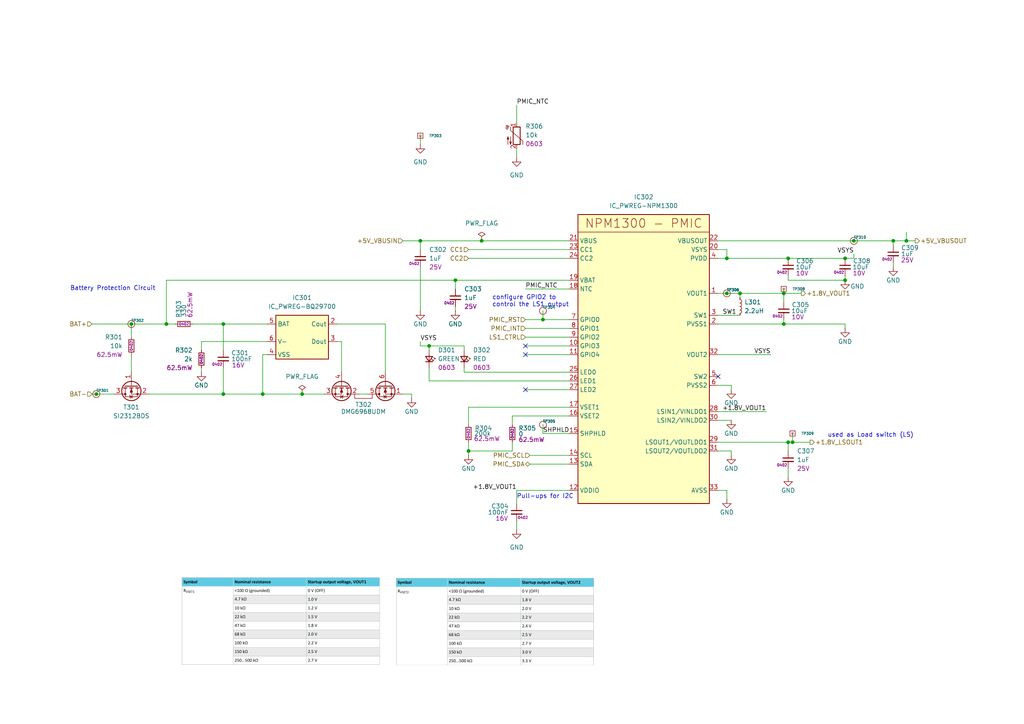
<source format=kicad_sch>
(kicad_sch (version 20231120) (generator "eeschema") (generator_version "8.0")
  (paper "A4")
  (title_block (title "Sensor_Node_BaseBoard") (date "2025-04-21") (rev "V1.0"))
  (lib_symbols
    (symbol "CAP:C-100nF-0402-16V-X7R-10%" (pin_numbers hide)
      (property "Reference" "C" (at 2.286 1.778 0))
      (property "Value" "100nF" (at 5.334 0 0))
      (property "Size" "0402" (at -1.778 -1.524 0))
      (property "Voltage" "16V" (at 4.318 -1.778 0))
      (symbol "C-100nF-0402-16V-X7R-10%_0_1"
        (polyline (pts (xy -1.524 -0.508) (xy 1.524 -0.508)) (stroke (width 0.3302)))
        (polyline (pts (xy -1.524 0.508) (xy 1.524 0.508)) (stroke (width 0.3048)))
      )
      (symbol "C-100nF-0402-16V-X7R-10%_1_1"
        (pin passive line (at 0 2.54 270) (length 2.032) (name "~") (number "1"))
        (pin passive line (at 0 -2.54 90) (length 2.032) (name "~") (number "2"))
      )
    )
    (symbol "CAP:C-10uF-0603-10V-X5R-20%" (pin_numbers hide)
      (property "Reference" "C" (at 2.286 1.778 0))
      (property "Value" "10uF" (at 4.572 0 0))
      (property "Size" "0402" (at -1.778 -1.524 0))
      (property "Voltage" "10V" (at 4.064 -1.778 0))
      (symbol "C-10uF-0603-10V-X5R-20%_0_1"
        (polyline (pts (xy -1.524 -0.508) (xy 1.524 -0.508)) (stroke (width 0.3302)))
        (polyline (pts (xy -1.524 0.508) (xy 1.524 0.508)) (stroke (width 0.3048)))
      )
      (symbol "C-10uF-0603-10V-X5R-20%_1_1"
        (pin passive line (at 0 2.54 270) (length 2.032) (name "~") (number "1"))
        (pin passive line (at 0 -2.54 90) (length 2.032) (name "~") (number "2"))
      )
    )
    (symbol "CAP:C-1uF-0402-25V-X5R-10%" (pin_numbers hide)
      (property "Reference" "C" (at 2.286 1.778 0))
      (property "Value" "1uF" (at 4.064 0 0))
      (property "Size" "0402" (at -1.778 -1.524 0))
      (property "Voltage" "25V" (at 4.064 -1.778 0))
      (symbol "C-1uF-0402-25V-X5R-10%_0_1"
        (polyline (pts (xy -1.524 -0.508) (xy 1.524 -0.508)) (stroke (width 0.3302)))
        (polyline (pts (xy -1.524 0.508) (xy 1.524 0.508)) (stroke (width 0.3048)))
      )
      (symbol "C-1uF-0402-25V-X5R-10%_1_1"
        (pin passive line (at 0 2.54 270) (length 2.032) (name "~") (number "1"))
        (pin passive line (at 0 -2.54 90) (length 2.032) (name "~") (number "2"))
      )
    )
    (symbol "D_LED:LED-GREEN-0603-AK" (pin_numbers hide) (pin_names hide)
      (property "Reference" "D" (at 2.54 1.27 0))
      (property "Value" "GREEN" (at 5.08 -1.27 0))
      (property "Size" "0603" (at -3.81 1.27 0))
      (symbol "LED-GREEN-0603-AK_0_1"
        (polyline (pts (xy -0.762 1.016) (xy -0.762 -1.016)) (stroke (width 0.254)))
        (polyline (pts (xy 1.016 0) (xy -0.762 0)))
        (polyline (pts (xy 0.762 1.016) (xy -0.762 0) (xy 0.762 -1.016) (xy 0.762 1.016)) (stroke (width 0.254)))
        (polyline (pts (xy 0 -0.762) (xy -0.508 -1.27) (xy -0.254 -1.27) (xy -0.508 -1.27) (xy -0.508 -1.016)))
        (polyline (pts (xy 0.508 -1.27) (xy 0 -1.778) (xy 0.254 -1.778) (xy 0 -1.778) (xy 0 -1.524)))
      )
      (symbol "LED-GREEN-0603-AK_1_1"
        (pin passive line (at -2.54 0 0) (length 1.778) (name "K") (number "1"))
        (pin passive line (at 2.54 0 180) (length 1.778) (name "A") (number "2"))
      )
    )
    (symbol "D_LED:LED-RED-0603-AK" (pin_numbers hide) (pin_names hide)
      (property "Reference" "D" (at 2.54 1.27 0))
      (property "Value" "RED" (at 3.81 -1.27 0))
      (property "Size" "0603" (at -3.81 1.27 0))
      (symbol "LED-RED-0603-AK_0_1"
        (polyline (pts (xy -0.762 1.016) (xy -0.762 -1.016)) (stroke (width 0.254)))
        (polyline (pts (xy 1.016 0) (xy -0.762 0)))
        (polyline (pts (xy 0.762 1.016) (xy -0.762 0) (xy 0.762 -1.016) (xy 0.762 1.016)) (stroke (width 0.254)))
        (polyline (pts (xy 0 -0.762) (xy -0.508 -1.27) (xy -0.254 -1.27) (xy -0.508 -1.27) (xy -0.508 -1.016)))
        (polyline (pts (xy 0.508 -1.27) (xy 0 -1.778) (xy 0.254 -1.778) (xy 0 -1.778) (xy 0 -1.524)))
      )
      (symbol "LED-RED-0603-AK_1_1"
        (pin passive line (at -2.54 0 0) (length 1.778) (name "K") (number "1"))
        (pin passive line (at 2.54 0 180) (length 1.778) (name "A") (number "2"))
      )
    )
    (symbol "IC-PWREG:IC_PWREG-BQ29700"
      (property "Reference" "IC" (at -6.35 1.27 0))
      (property "Value" "IC_PWREG-BQ29700" (at 0 -13.97 0))
      (symbol "IC_PWREG-BQ29700_0_1"
        (rectangle (start -7.62 0) (end 7.62 -12.7) (stroke (width 0.254)) (fill (type background)))
      )
      (symbol "IC_PWREG-BQ29700_1_1"
        (pin no_connect line (at 7.62 -11.43 180) (length 2.54) hide (name "NC") (number "1"))
        (pin output line (at 10.16 -2.54 180) (length 2.54) (name "Cout") (number "2"))
        (pin output line (at 10.16 -7.62 180) (length 2.54) (name "Dout") (number "3"))
        (pin power_in line (at -10.16 -11.43 0) (length 2.54) (name "VSS") (number "4"))
        (pin input line (at -10.16 -2.54 0) (length 2.54) (name "BAT") (number "5"))
        (pin input line (at -10.16 -7.62 0) (length 2.54) (name "V-") (number "6"))
      )
    )
    (symbol "IC-PWREG:IC_PWREG-NPM1300"
      (property "Reference" "IC" (at 18.034 45.974 0))
      (property "Value" "IC_PWREG-NPM1300" (at -9.144 45.974 0))
      (symbol "IC_PWREG-NPM1300_0_0"
        (pin power_out line (at 21.59 21.59 180) (length 2.54) (name "VOUT1") (number "1"))
        (pin bidirectional line (at -21.59 6.35 0) (length 2.54) (name "GPIO3") (number "10"))
        (pin bidirectional line (at -21.59 3.81 0) (length 2.54) (name "GPIO4") (number "11"))
        (pin bidirectional line (at -21.59 -27.94 0) (length 2.54) (name "SDA") (number "13"))
        (pin input line (at -21.59 -25.4 0) (length 2.54) (name "SCL") (number "14"))
        (pin input line (at -21.59 -19.05 0) (length 2.54) (name "SHPHLD") (number "15"))
        (pin input line (at -21.59 22.86 0) (length 2.54) (name "NTC") (number "18"))
        (pin power_in line (at -21.59 25.4 0) (length 2.54) (name "VBAT") (number "19"))
        (pin power_in line (at 21.59 12.7 180) (length 2.54) (name "PVSS1") (number "2"))
        (pin power_in line (at 21.59 34.29 180) (length 2.54) (name "VSYS") (number "20"))
        (pin power_in line (at -21.59 36.83 0) (length 2.54) (name "VBUS") (number "21"))
        (pin power_out line (at 21.59 36.83 180) (length 2.54) (name "VBUSOUT") (number "22"))
        (pin input line (at -21.59 34.29 0) (length 2.54) (name "CC1") (number "23"))
        (pin input line (at -21.59 31.75 0) (length 2.54) (name "CC2") (number "24"))
        (pin output line (at -21.59 -1.27 0) (length 2.54) (name "LED0") (number "25"))
        (pin output line (at -21.59 -3.81 0) (length 2.54) (name "LED1") (number "26"))
        (pin output line (at -21.59 -6.35 0) (length 2.54) (name "LED2") (number "27"))
        (pin power_in line (at 21.59 -12.7 180) (length 2.54) (name "LSIN1/VINLDO1") (number "28"))
        (pin power_out line (at 21.59 15.24 180) (length 2.54) (name "SW1") (number "3"))
        (pin power_in line (at 21.59 -15.24 180) (length 2.54) (name "LSIN2/VINLDO2") (number "30"))
        (pin power_out line (at 21.59 -24.13 180) (length 2.54) (name "LSOUT2/VOUTLDO2") (number "31"))
        (pin power_out line (at 21.59 3.81 180) (length 2.54) (name "VOUT2") (number "32"))
        (pin power_in line (at 21.59 31.75 180) (length 2.54) (name "PVDD") (number "4"))
        (pin power_out line (at 21.59 -2.54 180) (length 2.54) (name "SW2") (number "5"))
        (pin power_in line (at 21.59 -5.08 180) (length 2.54) (name "PVSS2") (number "6"))
        (pin bidirectional line (at -21.59 13.97 0) (length 2.54) (name "GPIO0") (number "7"))
        (pin bidirectional line (at -21.59 11.43 0) (length 2.54) (name "GPIO1") (number "8"))
        (pin bidirectional line (at -21.59 8.89 0) (length 2.54) (name "GPIO2") (number "9"))
      )
      (symbol "IC_PWREG-NPM1300_1_0"
        (pin power_in line (at -21.59 -35.56 0) (length 2.54) (name "VDDIO") (number "12"))
        (pin input line (at -21.59 -13.97 0) (length 2.54) (name "VSET2") (number "16"))
        (pin input line (at -21.59 -11.43 0) (length 2.54) (name "VSET1") (number "17"))
        (pin power_out line (at 21.59 -21.59 180) (length 2.54) (name "LSOUT1/VOUTLDO1") (number "29"))
        (pin power_in line (at 21.59 -35.56 180) (length 2.54) (name "AVSS") (number "33"))
      )
      (symbol "IC_PWREG-NPM1300_1_1"
        (rectangle (start -19.05 44.45) (end 19.05 -39.37) (stroke (width 0.254)) (fill (type background)))
        (polyline (pts (xy -19.05 39.37) (xy 19.05 39.37)))
        (text "NPM1300 - PMIC" (at 0 41.91 0) (effects (font (size 2.54 2.54))))
      )
    )
    (symbol "IND:L-2.2uH-0806-1.8A-20%" (pin_numbers hide) (pin_names hide)
      (property "Reference" "L" (at 1.27 1.27 0))
      (property "Value" "2.2uH" (at 3.81 -1.27 0))
      (symbol "L-2.2uH-0806-1.8A-20%_0_1"
        (arc (start 0 -1.016) (mid -0.5058 -1.524) (end 0 -2.032))
        (arc (start 0 0) (mid -0.5058 -0.508) (end 0 -1.016))
        (arc (start 0 1.016) (mid -0.5058 0.508) (end 0 0))
        (arc (start 0 2.032) (mid -0.5058 1.524) (end 0 1.016))
      )
      (symbol "L-2.2uH-0806-1.8A-20%_1_1"
        (pin passive line (at 0 -2.54 90) (length 0.508) (name "~") (number "1"))
        (pin passive line (at 0 2.54 270) (length 0.508) (name "~") (number "2"))
      )
    )
    (symbol "PCB:TP-PAD-0.9mm" (pin_numbers hide) (pin_names hide)
      (property "Reference" "TP" (at 1.778 1.016 0))
      (symbol "TP-PAD-0.9mm_0_1"
        (circle (center 0 0) (radius 1.016))
      )
      (symbol "TP-PAD-0.9mm_1_1"
        (pin passive line (at 0 0 90) (length 0) (name "1") (number "1"))
      )
    )
    (symbol "PCB:TP-THT-0.8mm" (pin_numbers hide) (pin_names hide)
      (property "Reference" "TP" (at 1.524 0.762 0))
      (symbol "TP-THT-0.8mm_0_1"
        (rectangle (start -0.762 0.762) (end 0.762 -0.762))
      )
      (symbol "TP-THT-0.8mm_1_1"
        (rectangle (start -0.254 0.254) (end 0.254 -0.254) (stroke (width 0.1)))
        (pin passive line (at 0 0 90) (length 0) (name "1") (number "1"))
      )
    )
    (symbol "RES:R-0-0402-62.5mW-1%" (pin_numbers hide)
      (property "Reference" "R" (at 1.778 1.524 0))
      (property "Value" "0" (at 1.778 -0.127 0))
      (property "Size" "0402" (at 0 -1.524 90))
      (property "Power Rating" "62.5mW" (at 1.778 -1.778 0))
      (symbol "R-0-0402-62.5mW-1%_0_1"
        (rectangle (start -0.762 1.778) (end 0.762 -1.778) (stroke (width 0.2032)))
      )
      (symbol "R-0-0402-62.5mW-1%_1_1"
        (pin passive line (at 0 2.54 270) (length 0.762) (name "~") (number "1"))
        (pin passive line (at 0 -2.54 90) (length 0.762) (name "~") (number "2"))
      )
    )
    (symbol "RES:R-10k-0402-62.5mW-1%" (pin_numbers hide)
      (property "Reference" "R" (at 1.778 1.524 0))
      (property "Value" "10k" (at 3.556 0 0))
      (property "Size" "0402" (at 0 0 90))
      (property "Power Rating" "62.5mW" (at 5.588 -1.778 0))
      (symbol "R-10k-0402-62.5mW-1%_0_1"
        (rectangle (start -0.762 1.778) (end 0.762 -1.778) (stroke (width 0.2032)))
      )
      (symbol "R-10k-0402-62.5mW-1%_1_1"
        (pin passive line (at 0 2.54 270) (length 0.762) (name "~") (number "1"))
        (pin passive line (at 0 -2.54 90) (length 0.762) (name "~") (number "2"))
      )
    )
    (symbol "RES:R-200k-0402-62.5mW-1%" (pin_numbers hide)
      (property "Reference" "R" (at 1.778 1.524 0))
      (property "Value" "200k" (at 4.064 0 0))
      (property "Size" "0402" (at 0 0 90))
      (property "Power Rating" "62.5mW" (at 5.334 -1.524 0))
      (symbol "R-200k-0402-62.5mW-1%_0_1"
        (rectangle (start -0.762 1.778) (end 0.762 -1.778) (stroke (width 0.2032)))
      )
      (symbol "R-200k-0402-62.5mW-1%_1_1"
        (pin passive line (at 0 2.54 270) (length 0.762) (name "~") (number "1"))
        (pin passive line (at 0 -2.54 90) (length 0.762) (name "~") (number "2"))
      )
    )
    (symbol "RES:R-2k-0402-62.5mW-1%" (pin_numbers hide)
      (property "Reference" "R" (at 1.778 1.524 0))
      (property "Value" "2k" (at 3.048 0 0))
      (property "Size" "0402" (at 0 0 90))
      (property "Power Rating" "62.5mW" (at 5.588 -1.778 0))
      (symbol "R-2k-0402-62.5mW-1%_0_1"
        (rectangle (start -0.762 1.778) (end 0.762 -1.778) (stroke (width 0.2032)))
      )
      (symbol "R-2k-0402-62.5mW-1%_1_1"
        (pin passive line (at 0 2.54 270) (length 0.762) (name "~") (number "1"))
        (pin passive line (at 0 -2.54 90) (length 0.762) (name "~") (number "2"))
      )
    )
    (symbol "RES:R-330-0402-62.5mW-1%" (pin_numbers hide)
      (property "Reference" "R" (at 1.778 1.524 0))
      (property "Value" "330" (at 3.81 0 0))
      (property "Size" "0402" (at 0 0 90))
      (property "Power Rating" "62.5mW" (at 5.588 -1.778 0))
      (symbol "R-330-0402-62.5mW-1%_0_1"
        (rectangle (start -0.762 1.778) (end 0.762 -1.778) (stroke (width 0.2032)))
      )
      (symbol "R-330-0402-62.5mW-1%_1_1"
        (pin passive line (at 0 2.54 270) (length 0.762) (name "~") (number "1"))
        (pin passive line (at 0 -2.54 90) (length 0.762) (name "~") (number "2"))
      )
    )
    (symbol "R_NTC:R-NTC-0603-10k-1%-0402"
      (property "Reference" "R" (at 3.302 2.032 0))
      (property "Value" "10k" (at -5.334 1.778 0))
      (property "Size" "0603" (at 5.08 -1.524 0))
      (symbol "R-NTC-0603-10k-1%-0402_0_1"
        (arc (start -3.048 2.159) (mid -3.0495 2.3143) (end -3.175 2.413))
        (arc (start -3.048 2.159) (mid -2.9736 1.9794) (end -2.794 1.905))
        (arc (start -3.048 2.794) (mid -2.9736 2.6144) (end -2.794 2.54))
        (arc (start -2.794 1.905) (mid -2.6144 1.9794) (end -2.54 2.159))
        (arc (start -2.794 2.54) (mid -2.4393 2.5587) (end -2.159 2.794))
        (arc (start -2.794 3.048) (mid -2.9736 2.9736) (end -3.048 2.794))
        (arc (start -2.54 2.794) (mid -2.6144 2.9736) (end -2.794 3.048))
        (rectangle (start -1.016 2.54) (end 1.016 -2.54) (stroke (width 0.254)))
        (polyline (pts (xy -2.54 2.159) (xy -2.54 2.794)))
        (polyline (pts (xy -1.778 2.54) (xy -1.778 1.524) (xy 1.778 -1.524) (xy 1.778 -2.54)))
        (polyline (pts (xy -2.54 -2.54) (xy -2.54 -0.254) (xy -2.794 -1.016) (xy -2.286 -1.016) (xy -2.54 -0.254) (xy -2.54 -0.508)) (fill (type outline)))
        (polyline (pts (xy -1.778 -0.254) (xy -1.778 -2.54) (xy -2.032 -1.778) (xy -1.524 -1.778) (xy -1.778 -2.54) (xy -1.778 -2.286)) (fill (type outline)))
      )
      (symbol "R-NTC-0603-10k-1%-0402_1_1"
        (pin passive line (at 0 3.81 270) (length 1.27) (name "~") (number "1"))
        (pin passive line (at 0 -3.81 90) (length 1.27) (name "~") (number "2"))
      )
    )
    (symbol "T-MOS:T-MOSN-SI2312BDS" (pin_names hide)
      (property "Reference" "T" (at 3.81 1.016 0))
      (property "Value" "SI2312BDS" (at 8.382 -1.27 0))
      (symbol "T-MOSN-SI2312BDS_0_1"
        (circle (center -0.889 0) (radius 2.794) (stroke (width 0.254)))
        (circle (center 0 -1.778) (radius 0.254) (fill (type outline)))
        (polyline (pts (xy -2.286 0) (xy -3.81 0)))
        (polyline (pts (xy -2.286 1.905) (xy -2.286 -1.905)) (stroke (width 0.254)))
        (polyline (pts (xy -1.778 -1.27) (xy -1.778 -2.286)) (stroke (width 0.254)))
        (polyline (pts (xy -1.778 0.508) (xy -1.778 -0.508)) (stroke (width 0.254)))
        (polyline (pts (xy -1.778 2.286) (xy -1.778 1.27)) (stroke (width 0.254)))
        (polyline (pts (xy 0 2.54) (xy 0 1.778)))
        (polyline (pts (xy 0 -2.54) (xy 0 0) (xy -1.778 0)))
        (polyline (pts (xy -1.778 -1.778) (xy 0.762 -1.778) (xy 0.762 1.778) (xy -1.778 1.778)))
        (polyline (pts (xy -1.524 0) (xy -0.508 0.381) (xy -0.508 -0.381) (xy -1.524 0)) (fill (type outline)))
        (polyline (pts (xy 0.254 0.508) (xy 0.381 0.381) (xy 1.143 0.381) (xy 1.27 0.254)))
        (polyline (pts (xy 0.762 0.381) (xy 0.381 -0.254) (xy 1.143 -0.254) (xy 0.762 0.381)))
        (circle (center 0 1.778) (radius 0.254) (fill (type outline)))
      )
      (symbol "T-MOSN-SI2312BDS_1_1"
        (pin input line (at -6.35 0 0) (length 2.54) (name "G") (number "1"))
        (pin passive line (at 0 -5.08 90) (length 2.54) (name "S") (number "2"))
        (pin passive line (at 0 5.08 270) (length 2.54) (name "D") (number "3"))
      )
    )
    (symbol "T-MOS:T-MOSNN-DMG6968UDM" (pin_names hide)
      (property "Reference" "T" (at 0 -3.048 0))
      (property "Value" "DMG6968UDM" (at 0 -5.08 0))
      (symbol "T-MOSNN-DMG6968UDM_0_1"
        (circle (center -8.128 0) (radius 0.254) (fill (type outline)))
        (circle (center -6.35 0.889) (radius 2.794) (stroke (width 0.254)))
        (circle (center -4.572 0) (radius 0.254) (fill (type outline)))
        (polyline (pts (xy -7.62 1.778) (xy -8.636 1.778)) (stroke (width 0.254)))
        (polyline (pts (xy -6.35 2.286) (xy -6.35 3.81)))
        (polyline (pts (xy -5.842 1.778) (xy -6.858 1.778)) (stroke (width 0.254)))
        (polyline (pts (xy -4.445 2.286) (xy -8.255 2.286)) (stroke (width 0.254)))
        (polyline (pts (xy -4.064 1.778) (xy -5.08 1.778)) (stroke (width 0.254)))
        (polyline (pts (xy -3.81 0) (xy -4.572 0)))
        (polyline (pts (xy 3.81 0) (xy 4.572 0)))
        (polyline (pts (xy 4.064 1.778) (xy 5.08 1.778)) (stroke (width 0.254)))
        (polyline (pts (xy 4.445 2.286) (xy 8.255 2.286)) (stroke (width 0.254)))
        (polyline (pts (xy 5.842 1.778) (xy 6.858 1.778)) (stroke (width 0.254)))
        (polyline (pts (xy 6.35 2.286) (xy 6.35 3.81)))
        (polyline (pts (xy 7.62 1.778) (xy 8.636 1.778)) (stroke (width 0.254)))
        (polyline (pts (xy -8.89 0) (xy -6.35 0) (xy -6.35 1.778)))
        (polyline (pts (xy 8.89 0) (xy 6.35 0) (xy 6.35 1.778)))
        (polyline (pts (xy -8.128 1.778) (xy -8.128 -0.762) (xy -4.572 -0.762) (xy -4.572 1.778)))
        (polyline (pts (xy -6.35 1.524) (xy -5.969 0.508) (xy -6.731 0.508) (xy -6.35 1.524)) (fill (type outline)))
        (polyline (pts (xy -5.969 -0.762) (xy -6.604 -0.381) (xy -6.604 -1.143) (xy -5.969 -0.762)))
        (polyline (pts (xy -5.842 -0.254) (xy -5.969 -0.381) (xy -5.969 -1.143) (xy -6.096 -1.27)))
        (polyline (pts (xy 2.54 0) (xy 2.54 -1.27) (xy -2.54 -1.27) (xy -2.54 0)))
        (polyline (pts (xy 5.842 -0.254) (xy 5.969 -0.381) (xy 5.969 -1.143) (xy 6.096 -1.27)))
        (polyline (pts (xy 5.969 -0.762) (xy 6.604 -0.381) (xy 6.604 -1.143) (xy 5.969 -0.762)))
        (polyline (pts (xy 6.35 1.524) (xy 5.969 0.508) (xy 6.731 0.508) (xy 6.35 1.524)) (fill (type outline)))
        (polyline (pts (xy 8.128 1.778) (xy 8.128 -0.762) (xy 4.572 -0.762) (xy 4.572 1.778)))
        (circle (center 4.572 0) (radius 0.254) (fill (type outline)))
        (circle (center 6.35 0.889) (radius 2.794) (stroke (width 0.254)))
        (circle (center 8.128 0) (radius 0.254) (fill (type outline)))
      )
      (symbol "T-MOSNN-DMG6968UDM_1_0"
        (pin passive line (at 1.27 0 0) (length 2.54) (name "D1/D2") (number "2"))
        (pin input line (at 6.35 6.35 270) (length 2.54) (name "G2") (number "4"))
      )
      (symbol "T-MOSNN-DMG6968UDM_1_1"
        (pin passive line (at -11.43 0 0) (length 2.54) (name "S1") (number "1"))
        (pin passive line (at 11.43 0 180) (length 2.54) (name "S2") (number "3"))
        (pin passive line (at -1.27 0 180) (length 2.54) (name "D1/D2") (number "5"))
        (pin input line (at -6.35 6.35 270) (length 2.54) (name "G1") (number "6"))
      )
    )
    (symbol "power:GND" (power) (pin_numbers hide) (pin_names (offset 0) hide)
      (property "Value" "GND" (at 0 -3.81 0))
      (symbol "GND_0_1"
        (polyline (pts (xy 0 0) (xy 0 -1.27) (xy 1.27 -1.27) (xy 0 -2.54) (xy -1.27 -1.27) (xy 0 -1.27)))
      )
      (symbol "GND_1_1"
        (pin power_in line (at 0 0 270) (length 0) (name "~") (number "1"))
      )
    )
    (symbol "power:PWR_FLAG" (power) (pin_numbers hide) (pin_names (offset 0) hide)
      (property "Value" "PWR_FLAG" (at 0 3.81 0))
      (symbol "PWR_FLAG_0_0"
        (pin power_out line (at 0 0 90) (length 0) (name "~") (number "1"))
      )
      (symbol "PWR_FLAG_0_1"
        (polyline (pts (xy 0 0) (xy 0 1.27) (xy -1.016 1.905) (xy 0 2.54) (xy 1.016 1.905) (xy 0 1.27)))
      )
    )
  )
  (junction (at 139.7 69.85))
  (junction (at 27.94 114.3))
  (junction (at 64.77 93.98))
  (junction (at 229.87 128.27))
  (junction (at 121.92 69.85))
  (junction (at 124.46 100.33))
  (junction (at 210.82 74.93))
  (junction (at 247.65 69.85))
  (junction (at 157.48 92.71))
  (junction (at 227.33 85.09))
  (junction (at 228.6 128.27))
  (junction (at 76.2 114.3))
  (junction (at 87.63 114.3))
  (junction (at 214.63 85.09))
  (junction (at 48.26 93.98))
  (junction (at 262.89 69.85))
  (junction (at 245.11 74.93))
  (junction (at 227.33 93.98))
  (junction (at 245.11 81.28))
  (junction (at 259.08 69.85))
  (junction (at 228.6 74.93))
  (junction (at 64.77 114.3))
  (junction (at 210.82 85.09))
  (junction (at 38.1 93.98))
  (junction (at 135.89 130.81))
  (junction (at 132.08 81.28))
  (no_connect (at 152.4 102.87))
  (no_connect (at 152.4 113.03))
  (no_connect (at 208.28 109.22))
  (no_connect (at 152.4 100.33))
  (wire (pts (xy 104.14 114.3) (xy 106.68 114.3)))
  (wire (pts (xy 119.38 114.3) (xy 119.38 115.57)))
  (wire (pts (xy 212.09 130.81) (xy 208.28 130.81)))
  (wire (pts (xy 121.92 39.37) (xy 121.92 41.91)))
  (wire (pts (xy 124.46 100.33) (xy 121.92 100.33)))
  (wire (pts (xy 132.08 88.9) (xy 132.08 90.17)))
  (wire (pts (xy 121.92 90.17) (xy 121.92 77.47)))
  (wire (pts (xy 43.18 114.3) (xy 64.77 114.3)))
  (wire (pts (xy 121.92 99.06) (xy 121.92 100.33)))
  (wire (pts (xy 212.09 130.81) (xy 212.09 132.08)))
  (wire (pts (xy 259.08 69.85) (xy 259.08 71.12)))
  (wire (pts (xy 208.28 93.98) (xy 227.33 93.98)))
  (wire (pts (xy 259.08 69.85) (xy 262.89 69.85)))
  (wire (pts (xy 227.33 83.82) (xy 227.33 85.09)))
  (wire (pts (xy 26.67 93.98) (xy 38.1 93.98)))
  (wire (pts (xy 212.09 111.76) (xy 212.09 113.03)))
  (wire (pts (xy 64.77 93.98) (xy 64.77 101.6)))
  (wire (pts (xy 135.89 118.11) (xy 135.89 123.19)))
  (wire (pts (xy 134.62 106.68) (xy 134.62 107.95)))
  (wire (pts (xy 228.6 74.93) (xy 245.11 74.93)))
  (wire (pts (xy 152.4 95.25) (xy 165.1 95.25)))
  (wire (pts (xy 116.84 69.85) (xy 121.92 69.85)))
  (wire (pts (xy 152.4 113.03) (xy 165.1 113.03)))
  (wire (pts (xy 157.48 90.17) (xy 157.48 92.71)))
  (wire (pts (xy 99.06 99.06) (xy 97.79 99.06)))
  (wire (pts (xy 208.28 85.09) (xy 210.82 85.09)))
  (wire (pts (xy 76.2 102.87) (xy 77.47 102.87)))
  (wire (pts (xy 228.6 81.28) (xy 245.11 81.28)))
  (wire (pts (xy 157.48 92.71) (xy 165.1 92.71)))
  (wire (pts (xy 262.89 67.31) (xy 262.89 69.85)))
  (wire (pts (xy 121.92 69.85) (xy 121.92 72.39)))
  (wire (pts (xy 149.86 142.24) (xy 165.1 142.24)))
  (wire (pts (xy 149.86 151.13) (xy 149.86 153.67)))
  (wire (pts (xy 135.89 128.27) (xy 135.89 130.81)))
  (wire (pts (xy 134.62 107.95) (xy 165.1 107.95)))
  (wire (pts (xy 208.28 72.39) (xy 210.82 72.39)))
  (wire (pts (xy 139.7 69.85) (xy 165.1 69.85)))
  (wire (pts (xy 58.42 101.6) (xy 58.42 99.06)))
  (wire (pts (xy 134.62 101.6) (xy 134.62 100.33)))
  (wire (pts (xy 228.6 135.89) (xy 228.6 138.43)))
  (wire (pts (xy 247.65 73.66) (xy 247.65 74.93)))
  (wire (pts (xy 228.6 80.01) (xy 228.6 81.28)))
  (wire (pts (xy 245.11 74.93) (xy 247.65 74.93)))
  (wire (pts (xy 64.77 114.3) (xy 76.2 114.3)))
  (wire (pts (xy 208.28 121.92) (xy 212.09 121.92)))
  (wire (pts (xy 157.48 123.19) (xy 157.48 125.73)))
  (wire (pts (xy 111.76 93.98) (xy 111.76 107.95)))
  (wire (pts (xy 228.6 128.27) (xy 229.87 128.27)))
  (wire (pts (xy 97.79 93.98) (xy 111.76 93.98)))
  (wire (pts (xy 149.86 43.18) (xy 149.86 45.72)))
  (wire (pts (xy 152.4 83.82) (xy 165.1 83.82)))
  (wire (pts (xy 135.89 74.93) (xy 165.1 74.93)))
  (wire (pts (xy 48.26 81.28) (xy 48.26 93.98)))
  (wire (pts (xy 210.82 74.93) (xy 228.6 74.93)))
  (wire (pts (xy 124.46 106.68) (xy 124.46 110.49)))
  (wire (pts (xy 229.87 128.27) (xy 234.95 128.27)))
  (wire (pts (xy 153.67 134.62) (xy 165.1 134.62)))
  (wire (pts (xy 208.28 91.44) (xy 214.63 91.44)))
  (wire (pts (xy 48.26 93.98) (xy 50.8 93.98)))
  (wire (pts (xy 27.94 114.3) (xy 33.02 114.3)))
  (wire (pts (xy 153.67 132.08) (xy 165.1 132.08)))
  (wire (pts (xy 135.89 72.39) (xy 165.1 72.39)))
  (wire (pts (xy 208.28 142.24) (xy 210.82 142.24)))
  (wire (pts (xy 228.6 128.27) (xy 228.6 130.81)))
  (wire (pts (xy 64.77 93.98) (xy 77.47 93.98)))
  (wire (pts (xy 58.42 99.06) (xy 77.47 99.06)))
  (wire (pts (xy 26.67 114.3) (xy 27.94 114.3)))
  (wire (pts (xy 262.89 69.85) (xy 265.43 69.85)))
  (wire (pts (xy 227.33 93.98) (xy 245.11 93.98)))
  (wire (pts (xy 152.4 102.87) (xy 165.1 102.87)))
  (wire (pts (xy 121.92 69.85) (xy 139.7 69.85)))
  (wire (pts (xy 76.2 102.87) (xy 76.2 114.3)))
  (wire (pts (xy 208.28 111.76) (xy 212.09 111.76)))
  (wire (pts (xy 210.82 85.09) (xy 214.63 85.09)))
  (wire (pts (xy 38.1 93.98) (xy 38.1 97.79)))
  (wire (pts (xy 148.59 130.81) (xy 135.89 130.81)))
  (wire (pts (xy 135.89 130.81) (xy 135.89 132.08)))
  (wire (pts (xy 208.28 119.38) (xy 222.25 119.38)))
  (wire (pts (xy 165.1 118.11) (xy 135.89 118.11)))
  (wire (pts (xy 48.26 81.28) (xy 132.08 81.28)))
  (wire (pts (xy 214.63 85.09) (xy 227.33 85.09)))
  (wire (pts (xy 245.11 80.01) (xy 245.11 81.28)))
  (wire (pts (xy 210.82 74.93) (xy 210.82 72.39)))
  (wire (pts (xy 148.59 123.19) (xy 148.59 120.65)))
  (wire (pts (xy 148.59 128.27) (xy 148.59 130.81)))
  (wire (pts (xy 208.28 69.85) (xy 247.65 69.85)))
  (wire (pts (xy 99.06 99.06) (xy 99.06 107.95)))
  (wire (pts (xy 149.86 30.48) (xy 149.86 35.56)))
  (wire (pts (xy 227.33 85.09) (xy 227.33 87.63)))
  (wire (pts (xy 132.08 81.28) (xy 165.1 81.28)))
  (wire (pts (xy 124.46 100.33) (xy 134.62 100.33)))
  (wire (pts (xy 152.4 92.71) (xy 157.48 92.71)))
  (wire (pts (xy 227.33 85.09) (xy 232.41 85.09)))
  (wire (pts (xy 214.63 85.09) (xy 214.63 86.36)))
  (wire (pts (xy 124.46 100.33) (xy 124.46 101.6)))
  (wire (pts (xy 76.2 114.3) (xy 87.63 114.3)))
  (wire (pts (xy 87.63 114.3) (xy 93.98 114.3)))
  (wire (pts (xy 124.46 110.49) (xy 165.1 110.49)))
  (wire (pts (xy 247.65 69.85) (xy 259.08 69.85)))
  (wire (pts (xy 210.82 142.24) (xy 210.82 144.78)))
  (wire (pts (xy 64.77 106.68) (xy 64.77 114.3)))
  (wire (pts (xy 208.28 128.27) (xy 228.6 128.27)))
  (wire (pts (xy 208.28 74.93) (xy 210.82 74.93)))
  (wire (pts (xy 148.59 120.65) (xy 165.1 120.65)))
  (wire (pts (xy 132.08 81.28) (xy 132.08 83.82)))
  (wire (pts (xy 38.1 93.98) (xy 48.26 93.98)))
  (wire (pts (xy 152.4 100.33) (xy 165.1 100.33)))
  (wire (pts (xy 152.4 97.79) (xy 165.1 97.79)))
  (wire (pts (xy 58.42 106.68) (xy 58.42 107.95)))
  (wire (pts (xy 149.86 146.05) (xy 149.86 142.24)))
  (wire (pts (xy 259.08 76.2) (xy 259.08 77.47)))
  (wire (pts (xy 208.28 102.87) (xy 223.52 102.87)))
  (wire (pts (xy 55.88 93.98) (xy 64.77 93.98)))
  (wire (pts (xy 157.48 125.73) (xy 165.1 125.73)))
  (wire (pts (xy 116.84 114.3) (xy 119.38 114.3)))
  (wire (pts (xy 245.11 93.98) (xy 245.11 95.25)))
  (wire (pts (xy 229.87 125.73) (xy 229.87 128.27)))
  (wire (pts (xy 38.1 102.87) (xy 38.1 107.95)))
  (wire (pts (xy 227.33 93.98) (xy 227.33 92.71)))
  (image (at 81.28 180.34) (scale 0.672513))
  (image (at 143.51 180.34) (scale 0.672289))
  (text "Battery Protection Circuit" (at 20.32 84.455 0) (effects (font (size 1.27 1.27)) (justify left bottom)))
  (text "used as Load switch (LS)" (at 240.03 127 0) (effects (font (size 1.27 1.27)) (justify left bottom)))
  (text "configure GPIO2 to \ncontrol the LS1 output" (at 142.748 89.154 0) (effects (font (size 1.27 1.27)) (justify left bottom)))
  (text "Pull-ups for I2C\n" (at 149.86 144.78 0) (effects (font (size 1.27 1.27)) (justify left bottom)))
  (label "VSYS" (at 223.52 102.87 180))
  (label "SW1" (at 209.55 91.44 0))
  (label "PMIC_NTC" (at 149.86 30.48 0))
  (label "+1.8V_VOUT1" (at 149.86 142.24 180))
  (label "VSYS" (at 247.65 73.66 180))
  (label "SHPHLD" (at 157.48 125.73 0))
  (label "+1.8V_VOUT1" (at 222.25 119.38 180))
  (label "PMIC_NTC" (at 152.4 83.82 0))
  (label "VSYS" (at 121.92 99.06 0))
  (hierarchical_label "+1.8V_LSOUT1" (shape output) (at 234.95 128.27 0))
  (hierarchical_label "PMIC_SDA" (shape bidirectional) (at 153.67 134.62 180))
  (hierarchical_label "BAT+" (shape input) (at 26.67 93.98 180))
  (hierarchical_label "+1.8V_VOUT1" (shape output) (at 232.41 85.09 0))
  (hierarchical_label "CC1" (shape input) (at 135.89 72.39 180))
  (hierarchical_label "+5V_VBUSIN" (shape input) (at 116.84 69.85 180))
  (hierarchical_label "PMIC_INT" (shape input) (at 152.4 95.25 180))
  (hierarchical_label "LS1_CTRL" (shape input) (at 152.4 97.79 180))
  (hierarchical_label "+5V_VBUSOUT" (shape output) (at 265.43 69.85 0))
  (hierarchical_label "BAT-" (shape input) (at 26.67 114.3 180))
  (hierarchical_label "PMIC_SCL" (shape input) (at 153.67 132.08 180))
  (hierarchical_label "CC2" (shape input) (at 135.89 74.93 180))
  (hierarchical_label "PMIC_RST" (shape input) (at 152.4 92.71 180))
  (symbol (lib_id "power:GND") (at 121.92 41.91 0) (unit 1)
    (property "Reference" "#PWR302" (effects (hide yes)))
    (property "Value" "GND" (at 121.92 46.99 0))
    (property "Description" "Power symbol creates a global label with name \"GND\" , ground" (effects (hide yes)))
  )
  (symbol (lib_id "power:GND") (at 212.09 113.03 0) (unit 1)
    (property "Reference" "#PWR310" (effects (hide yes)))
    (property "Value" "GND" (at 212.09 116.84 0))
    (property "Description" "Power symbol creates a global label with name \"GND\" , ground" (effects (hide yes)))
  )
  (symbol (lib_id "PCB:TP-PAD-0.9mm") (at 210.82 85.09 0) (unit 1)
    (property "Reference" "TP306" (at 212.598 84.074 0) (effects (font (size 0.762 0.762))))
    (property "Value" "TP" (effects (hide yes)))
    (property "Footprint" "PCB:TP_Pad_D0.9mm" (effects (hide yes)))
  )
  (symbol (lib_id "power:GND") (at 149.86 45.72 0) (unit 1)
    (property "Reference" "#PWR307" (effects (hide yes)))
    (property "Value" "GND" (at 149.86 50.8 0))
    (property "Description" "Power symbol creates a global label with name \"GND\" , ground" (effects (hide yes)))
  )
  (symbol (lib_id "RES:R-0-0402-62.5mW-1%") (at 148.59 125.73 0) (unit 1)
    (property "Reference" "R305" (at 150.368 124.206 0) (effects (justify left)))
    (property "Value" "0" (at 150.368 125.857 0) (effects (justify left)))
    (property "Footprint" "Resistor_SMD:R_0402_1005Metric" (effects (hide yes)))
    (property "Datasheet" "${KICAD_DATASHEET}/Resistors_SMD_UNI-ROYAL-Uniroyal-Elec.pdf" (effects (hide yes)))
    (property "Size" "0402" (at 148.59 127.254 90) (effects (font (size 0.762 0.762)) (justify left)))
    (property "Power Rating" "62.5mW" (at 150.368 127.508 0) (effects (justify left)))
    (property "LCSC Part #" "C17168" (effects (hide yes)))
  )
  (symbol (lib_id "power:GND") (at 245.11 95.25 0) (unit 1)
    (property "Reference" "#PWR315" (effects (hide yes)))
    (property "Value" "GND" (at 245.11 99.06 0))
    (property "Description" "Power symbol creates a global label with name \"GND\" , ground" (effects (hide yes)))
  )
  (symbol (lib_id "PCB:TP-PAD-0.9mm") (at 38.1 93.98 0) (unit 1)
    (property "Reference" "TP302" (at 39.878 92.964 0) (effects (font (size 0.762 0.762))))
    (property "Value" "TP" (effects (hide yes)))
    (property "Footprint" "PCB:TP_Pad_D0.9mm" (effects (hide yes)))
  )
  (symbol (lib_id "RES:R-10k-0402-62.5mW-1%") (at 38.1 100.33 0) (mirror y) (unit 1)
    (property "Reference" "R301" (at 35.56 97.7899 0) (effects (justify left)))
    (property "Value" "10k" (at 35.56 100.3299 0) (effects (justify left)))
    (property "Footprint" "Resistor_SMD:R_0402_1005Metric" (effects (hide yes)))
    (property "Datasheet" "${KICAD_DATASHEET}/Resistors_SMD_UNI-ROYAL-Uniroyal-Elec.pdf" (effects (hide yes)))
    (property "Size" "0402" (at 38.1 100.33 90) (effects (font (size 0.762 0.762))))
    (property "Power Rating" "62.5mW" (at 35.56 102.8699 0) (effects (justify left)))
    (property "LCSC Part #" "C25744" (effects (hide yes)))
  )
  (symbol (lib_id "power:PWR_FLAG") (at 87.63 114.3 0) (unit 1)
    (property "Reference" "#FLG301" (effects (hide yes)))
    (property "Value" "PWR_FLAG" (at 87.63 109.22 0))
    (property "Description" "Special symbol for telling ERC where power comes from" (effects (hide yes)))
  )
  (symbol (lib_id "RES:R-330-0402-62.5mW-1%") (at 53.34 93.98 90) (unit 1)
    (property "Reference" "R303" (at 51.816 92.202 0) (effects (justify left)))
    (property "Value" "330" (at 53.34 90.17 0))
    (property "Footprint" "Resistor_SMD:R_0402_1005Metric" (effects (hide yes)))
    (property "Datasheet" "${KICAD_DATASHEET}/Resistors_SMD_UNI-ROYAL-Uniroyal-Elec.pdf" (effects (hide yes)))
    (property "Size" "0402" (at 53.34 93.98 90) (effects (font (size 0.762 0.762))))
    (property "Power Rating" "62.5mW" (at 55.118 88.392 0))
    (property "LCSC Part #" "C25104" (effects (hide yes)))
  )
  (symbol (lib_id "CAP:C-1uF-0402-25V-X5R-10%") (at 228.6 133.35 0) (unit 1)
    (property "Reference" "C307" (at 231.14 130.8162 0) (effects (justify left)))
    (property "Value" "1uF" (at 231.14 133.3562 0) (effects (justify left)))
    (property "Footprint" "Capacitor_SMD:C_0402_1005Metric" (effects (hide yes)))
    (property "Datasheet" "${KICAD_DATASHEET}/MLCC_Samsung-Electro-Mechanics.pdf" (effects (hide yes)))
    (property "Size" "0402" (at 226.822 134.874 0) (effects (font (size 0.762 0.762))))
    (property "Voltage" "25V" (at 231.14 135.8962 0) (effects (justify left)))
    (property "LCSC Part #" "C52923" (effects (hide yes)))
  )
  (symbol (lib_id "power:GND") (at 259.08 77.47 0) (unit 1)
    (property "Reference" "#PWR316" (effects (hide yes)))
    (property "Value" "GND" (at 259.08 81.28 0))
    (property "Description" "Power symbol creates a global label with name \"GND\" , ground" (effects (hide yes)))
  )
  (symbol (lib_id "PCB:TP-PAD-0.9mm") (at 247.65 69.85 0) (unit 1)
    (property "Reference" "TP310" (at 249.428 68.834 0) (effects (font (size 0.762 0.762))))
    (property "Value" "TP" (effects (hide yes)))
    (property "Footprint" "PCB:TP_Pad_D0.9mm" (effects (hide yes)))
  )
  (symbol (lib_id "PCB:TP-THT-0.8mm") (at 121.92 39.37 180) (unit 1)
    (property "Reference" "TP303" (at 124.46 39.37 0) (effects (font (size 0.762 0.762)) (justify right)))
    (property "Value" "Testpoint-BASE" (effects (hide yes)))
    (property "Footprint" "PCB:TP_THT_D0.8mm" (effects (hide yes)))
  )
  (symbol (lib_id "D_LED:LED-GREEN-0603-AK") (at 124.46 104.14 90) (unit 1)
    (property "Reference" "D301" (at 127 101.5364 90) (effects (justify right)))
    (property "Value" "GREEN" (at 127 104.0764 90) (effects (justify right)))
    (property "Footprint" "Diode_SMD:D_0603_1608Metric" (effects (hide yes)))
    (property "Datasheet" "${KICAD_DATASHEET}/C84267.pdf" (effects (hide yes)))
    (property "Size" "0603" (at 127 106.6164 90) (effects (justify right)))
    (property "LCSC Part #" "C84267" (effects (hide yes)))
  )
  (symbol (lib_id "power:GND") (at 149.86 153.67 0) (unit 1)
    (property "Reference" "#PWR308" (effects (hide yes)))
    (property "Value" "GND" (at 149.86 158.75 0))
    (property "Description" "Power symbol creates a global label with name \"GND\" , ground" (effects (hide yes)))
  )
  (symbol (lib_id "CAP:C-100nF-0402-16V-X7R-10%") (at 64.77 104.14 0) (unit 1)
    (property "Reference" "C301" (at 67.056 102.362 0) (effects (justify left)))
    (property "Value" "100nF" (at 70.104 104.14 0))
    (property "Footprint" "Capacitor_SMD:C_0402_1005Metric" (effects (hide yes)))
    (property "Datasheet" "${KICAD_DATASHEET}/MLCC_Samsung-Electro-Mechanics.pdf" (effects (hide yes)))
    (property "Size" "0402" (at 62.992 105.664 0) (effects (font (size 0.762 0.762))))
    (property "Voltage" "16V" (at 69.088 105.918 0))
    (property "LCSC Part #" "C1525" (effects (hide yes)))
  )
  (symbol (lib_id "IC-PWREG:IC_PWREG-NPM1300") (at 186.69 106.68 0) (unit 1)
    (property "Reference" "IC302" (at 186.69 57.15 0))
    (property "Value" "IC_PWREG-NPM1300" (at 186.69 59.69 0))
    (property "Footprint" "QFN:QFN-32-1EP_5x5mm_P0.5mm_EP3.6x3.6mm_ThermalVias" (effects (hide yes)))
    (property "Datasheet" "${KICAD_DATASHEET}/nPM1300_OPS_v0.7.pdf" (effects (hide yes)))
  )
  (symbol (lib_id "CAP:C-10uF-0603-10V-X5R-20%") (at 245.11 77.47 0) (unit 1)
    (property "Reference" "C308" (at 247.396 75.692 0) (effects (justify left)))
    (property "Value" "10uF" (at 249.682 77.47 0))
    (property "Footprint" "Capacitor_SMD:C_0603_1608Metric" (effects (hide yes)))
    (property "Datasheet" "${KICAD_DATASHEET}/MLCC_Samsung-Electro-Mechanics.pdf" (effects (hide yes)))
    (property "LCSC Part #" "C96446" (effects (hide yes)))
    (property "Size" "0402" (at 243.332 78.994 0) (effects (font (size 0.762 0.762))))
    (property "Voltage" "10V" (at 249.174 79.248 0))
  )
  (symbol (lib_id "T-MOS:T-MOSN-SI2312BDS") (at 38.1 114.3 90) (mirror x) (unit 1)
    (property "Reference" "T301" (at 38.1 118.11 90))
    (property "Value" "SI2312BDS" (at 38.1 120.65 90))
    (property "Footprint" "Package_TO_SOT_SMD:SOT-23" (effects (hide yes)))
    (property "Datasheet" "${KICAD_DATASHEET}/si2312bds.pdf" (effects (hide yes)))
    (property "LCSC Part #" " C351405 " (effects (hide yes)))
    (property "V_DS" "20V" (effects (hide yes)))
    (property "I_D" "5A@Vgs=4.5V" (effects (hide yes)))
  )
  (symbol (lib_id "power:GND") (at 132.08 90.17 0) (unit 1)
    (property "Reference" "#PWR305" (effects (hide yes)))
    (property "Value" "GND" (at 132.08 93.98 0))
    (property "Description" "Power symbol creates a global label with name \"GND\" , ground" (effects (hide yes)))
  )
  (symbol (lib_id "CAP:C-1uF-0402-25V-X5R-10%") (at 121.92 74.93 0) (unit 1)
    (property "Reference" "C302" (at 124.46 72.3962 0) (effects (justify left)))
    (property "Value" "1uF" (at 124.46 74.9362 0) (effects (justify left)))
    (property "Footprint" "Capacitor_SMD:C_0402_1005Metric" (effects (hide yes)))
    (property "Datasheet" "${KICAD_DATASHEET}/MLCC_Samsung-Electro-Mechanics.pdf" (effects (hide yes)))
    (property "Size" "0402" (at 120.142 76.454 0) (effects (font (size 0.762 0.762))))
    (property "Voltage" "25V" (at 124.46 77.4762 0) (effects (justify left)))
    (property "LCSC Part #" "C52923" (effects (hide yes)))
  )
  (symbol (lib_id "PCB:TP-PAD-0.9mm") (at 157.48 123.19 0) (unit 1)
    (property "Reference" "TP305" (at 159.258 122.174 0) (effects (font (size 0.762 0.762))))
    (property "Value" "TP" (effects (hide yes)))
    (property "Footprint" "PCB:TP_Pad_D0.9mm" (effects (hide yes)))
  )
  (symbol (lib_id "power:GND") (at 58.42 107.95 0) (unit 1)
    (property "Reference" "#PWR301" (effects (hide yes)))
    (property "Value" "GND" (at 58.42 111.76 0))
    (property "Description" "Power symbol creates a global label with name \"GND\" , ground" (effects (hide yes)))
  )
  (symbol (lib_id "CAP:C-1uF-0402-25V-X5R-10%") (at 132.08 86.36 0) (unit 1)
    (property "Reference" "C303" (at 134.62 83.8262 0) (effects (justify left)))
    (property "Value" "1uF" (at 134.62 86.3662 0) (effects (justify left)))
    (property "Footprint" "Capacitor_SMD:C_0402_1005Metric" (effects (hide yes)))
    (property "Datasheet" "${KICAD_DATASHEET}/MLCC_Samsung-Electro-Mechanics.pdf" (effects (hide yes)))
    (property "Size" "0402" (at 130.302 87.884 0) (effects (font (size 0.762 0.762))))
    (property "Voltage" "25V" (at 134.62 88.9062 0) (effects (justify left)))
    (property "LCSC Part #" "C52923" (effects (hide yes)))
  )
  (symbol (lib_id "PCB:TP-PAD-0.9mm") (at 27.94 114.3 0) (unit 1)
    (property "Reference" "TP301" (at 29.718 113.284 0) (effects (font (size 0.762 0.762))))
    (property "Value" "TP" (effects (hide yes)))
    (property "Footprint" "PCB:TP_Pad_D0.9mm" (effects (hide yes)))
  )
  (symbol (lib_id "CAP:C-10uF-0603-10V-X5R-20%") (at 228.6 77.47 0) (unit 1)
    (property "Reference" "C306" (at 230.886 75.692 0) (effects (justify left)))
    (property "Value" "10uF" (at 233.172 77.47 0))
    (property "Footprint" "Capacitor_SMD:C_0603_1608Metric" (effects (hide yes)))
    (property "Datasheet" "${KICAD_DATASHEET}/MLCC_Samsung-Electro-Mechanics.pdf" (effects (hide yes)))
    (property "LCSC Part #" "C96446" (effects (hide yes)))
    (property "Size" "0402" (at 226.822 78.994 0) (effects (font (size 0.762 0.762))))
    (property "Voltage" "10V" (at 232.664 79.248 0))
  )
  (symbol (lib_id "power:PWR_FLAG") (at 139.7 69.85 0) (unit 1)
    (property "Reference" "#FLG302" (effects (hide yes)))
    (property "Value" "PWR_FLAG" (at 139.7 64.77 0))
    (property "Description" "Special symbol for telling ERC where power comes from" (effects (hide yes)))
  )
  (symbol (lib_id "RES:R-200k-0402-62.5mW-1%") (at 135.89 125.73 0) (unit 1)
    (property "Reference" "R304" (at 137.668 124.206 0) (effects (justify left)))
    (property "Value" "200k" (at 139.954 125.73 0))
    (property "Footprint" "Resistor_SMD:R_0402_1005Metric" (effects (hide yes)))
    (property "Datasheet" "${KICAD_DATASHEET}/Resistors_SMD_UNI-ROYAL-Uniroyal-Elec.pdf" (effects (hide yes)))
    (property "Size" "0402" (at 135.89 125.73 90) (effects (font (size 0.762 0.762))))
    (property "Power Rating" "62.5mW" (at 141.224 127.254 0))
    (property "LCSC Part #" "C25764" (effects (hide yes)))
  )
  (symbol (lib_id "T-MOS:T-MOSNN-DMG6968UDM") (at 105.41 114.3 0) (mirror y) (unit 1)
    (property "Reference" "T302" (at 105.41 117.348 0))
    (property "Value" "DMG6968UDM" (at 105.41 119.38 0))
    (property "Footprint" "Package_TO_SOT_SMD:SOT-23-6" (effects (hide yes)))
    (property "Datasheet" "${KICAD_DATASHEET}/DMG6968UDM.pdf" (effects (hide yes)))
    (property "LCSC Part #" " C2762931" (effects (hide yes)))
  )
  (symbol (lib_id "power:GND") (at 119.38 115.57 0) (unit 1)
    (property "Reference" "#PWR304" (effects (hide yes)))
    (property "Value" "GND" (at 119.38 119.38 0))
    (property "Description" "Power symbol creates a global label with name \"GND\" , ground" (effects (hide yes)))
  )
  (symbol (lib_id "CAP:C-100nF-0402-16V-X7R-10%") (at 149.86 148.59 0) (mirror y) (unit 1)
    (property "Reference" "C304" (at 147.574 146.812 0) (effects (justify left)))
    (property "Value" "100nF" (at 144.526 148.59 0))
    (property "Footprint" "Capacitor_SMD:C_0402_1005Metric" (effects (hide yes)))
    (property "Datasheet" "${KICAD_DATASHEET}/MLCC_Samsung-Electro-Mechanics.pdf" (effects (hide yes)))
    (property "Size" "0402" (at 151.638 150.114 0) (effects (font (size 0.762 0.762))))
    (property "Voltage" "16V" (at 145.542 150.368 0))
    (property "LCSC Part #" "C1525" (effects (hide yes)))
  )
  (symbol (lib_id "power:GND") (at 121.92 90.17 0) (unit 1)
    (property "Reference" "#PWR303" (effects (hide yes)))
    (property "Value" "GND" (at 121.92 93.98 0))
    (property "Description" "Power symbol creates a global label with name \"GND\" , ground" (effects (hide yes)))
  )
  (symbol (lib_id "power:GND") (at 212.09 121.92 0) (unit 1)
    (property "Reference" "#PWR311" (effects (hide yes)))
    (property "Value" "GND" (at 212.09 125.73 0))
    (property "Description" "Power symbol creates a global label with name \"GND\" , ground" (effects (hide yes)))
  )
  (symbol (lib_id "power:GND") (at 212.09 132.08 0) (unit 1)
    (property "Reference" "#PWR312" (effects (hide yes)))
    (property "Value" "GND" (at 212.09 135.89 0))
    (property "Description" "Power symbol creates a global label with name \"GND\" , ground" (effects (hide yes)))
  )
  (symbol (lib_id "D_LED:LED-RED-0603-AK") (at 134.62 104.14 90) (unit 1)
    (property "Reference" "D302" (at 137.16 101.5364 90) (effects (justify right)))
    (property "Value" "RED" (at 137.16 104.0764 90) (effects (justify right)))
    (property "Footprint" "Diode_SMD:D_0603_1608Metric" (effects (hide yes)))
    (property "Datasheet" "${KICAD_DATASHEET}/LED_Everlight-Elec.pdf" (effects (hide yes)))
    (property "Size" "0603" (at 137.16 106.6164 90) (effects (justify right)))
    (property "LCSC Part #" "C2286" (effects (hide yes)))
  )
  (symbol (lib_id "CAP:C-10uF-0603-10V-X5R-20%") (at 227.33 90.17 0) (unit 1)
    (property "Reference" "C305" (at 229.616 88.392 0) (effects (justify left)))
    (property "Value" "10uF" (at 231.902 90.17 0))
    (property "Footprint" "Capacitor_SMD:C_0603_1608Metric" (effects (hide yes)))
    (property "Datasheet" "${KICAD_DATASHEET}/MLCC_Samsung-Electro-Mechanics.pdf" (effects (hide yes)))
    (property "LCSC Part #" "C96446" (effects (hide yes)))
    (property "Size" "0402" (at 225.552 91.694 0) (effects (font (size 0.762 0.762))))
    (property "Voltage" "10V" (at 231.394 91.948 0))
  )
  (symbol (lib_id "RES:R-2k-0402-62.5mW-1%") (at 58.42 104.14 0) (mirror y) (unit 1)
    (property "Reference" "R302" (at 55.88 101.5999 0) (effects (justify left)))
    (property "Value" "2k" (at 55.88 104.1399 0) (effects (justify left)))
    (property "Footprint" "Resistor_SMD:R_0402_1005Metric" (effects (hide yes)))
    (property "Datasheet" "${KICAD_DATASHEET}/Resistors_SMD_UNI-ROYAL-Uniroyal-Elec.pdf" (effects (hide yes)))
    (property "Size" "0402" (at 58.42 104.14 90) (effects (font (size 0.762 0.762))))
    (property "Power Rating" "62.5mW" (at 55.88 106.6799 0) (effects (justify left)))
    (property "LCSC Part #" "C4109" (effects (hide yes)))
  )
  (symbol (lib_id "CAP:C-1uF-0402-25V-X5R-10%") (at 259.08 73.66 0) (unit 1)
    (property "Reference" "C309" (at 261.366 71.882 0) (effects (justify left)))
    (property "Value" "1uF" (at 263.144 73.66 0))
    (property "Footprint" "Capacitor_SMD:C_0402_1005Metric" (effects (hide yes)))
    (property "Datasheet" "${KICAD_DATASHEET}/MLCC_Samsung-Electro-Mechanics.pdf" (effects (hide yes)))
    (property "LCSC Part #" "C52923" (effects (hide yes)))
    (property "Size" "0402" (at 257.302 75.184 0) (effects (font (size 0.762 0.762))))
    (property "Voltage" "25V" (at 263.144 75.438 0))
  )
  (symbol (lib_id "IND:L-2.2uH-0806-1.8A-20%") (at 214.63 88.9 180) (unit 1)
    (property "Reference" "L301" (at 215.9 87.6299 0) (effects (justify right)))
    (property "Value" "2.2uH" (at 215.9 90.1699 0) (effects (justify right)))
    (property "Footprint" "IND_SMD:L_0806" (effects (hide yes)))
    (property "Datasheet" "${KICAD_DATASHEET}/BDHE002016102R2MQ1.pdf" (effects (hide yes)))
    (property "Size" "0806" (effects (hide yes)))
    (property "Current" "1.8A (max 2.4A)" (effects (hide yes)))
    (property "RDC" "135@2MHz" (effects (hide yes)))
    (property "LCSC Part #" "C2838367" (effects (hide yes)))
  )
  (symbol (lib_id "PCB:TP-PAD-0.9mm") (at 157.48 90.17 0) (unit 1)
    (property "Reference" "TP304" (at 159.258 89.154 0) (effects (font (size 0.762 0.762))))
    (property "Value" "TP" (effects (hide yes)))
    (property "Footprint" "PCB:TP_Pad_D0.9mm" (effects (hide yes)))
  )
  (symbol (lib_id "power:GND") (at 245.11 81.28 0) (unit 1)
    (property "Reference" "#PWR314" (effects (hide yes)))
    (property "Value" "GND" (at 248.666 83.058 0))
    (property "Description" "Power symbol creates a global label with name \"GND\" , ground" (effects (hide yes)))
  )
  (symbol (lib_id "IC-PWREG:IC_PWREG-BQ29700") (at 87.63 91.44 0) (unit 1)
    (property "Reference" "IC301" (at 87.63 86.36 0))
    (property "Value" "IC_PWREG-BQ29700" (at 87.63 88.9 0))
    (property "Footprint" "Package_SON:WSON-6_1.5x1.5mm_P0.5mm" (effects (hide yes)))
    (property "Datasheet" "${KICAD_DATASHEET}/bq2970.pdf" (effects (hide yes)))
    (property "LCSC Part #" "C183096" (effects (hide yes)))
  )
  (symbol (lib_id "power:GND") (at 228.6 138.43 0) (unit 1)
    (property "Reference" "#PWR313" (effects (hide yes)))
    (property "Value" "GND" (at 228.6 142.24 0))
    (property "Description" "Power symbol creates a global label with name \"GND\" , ground" (effects (hide yes)))
  )
  (symbol (lib_id "PCB:TP-THT-0.8mm") (at 229.87 125.73 0) (unit 1)
    (property "Reference" "TP309" (at 232.41 125.73 0) (effects (font (size 0.762 0.762)) (justify left)))
    (property "Value" "Testpoint-BASE" (effects (hide yes)))
    (property "Footprint" "PCB:TP_THT_D0.8mm" (effects (hide yes)))
  )
  (symbol (lib_id "power:GND") (at 135.89 132.08 0) (unit 1)
    (property "Reference" "#PWR306" (effects (hide yes)))
    (property "Value" "GND" (at 135.89 135.89 0))
    (property "Description" "Power symbol creates a global label with name \"GND\" , ground" (effects (hide yes)))
  )
  (symbol (lib_id "power:GND") (at 210.82 144.78 0) (unit 1)
    (property "Reference" "#PWR309" (effects (hide yes)))
    (property "Value" "GND" (at 210.82 148.59 0))
    (property "Description" "Power symbol creates a global label with name \"GND\" , ground" (effects (hide yes)))
  )
  (symbol (lib_id "R_NTC:R-NTC-0603-10k-1%-0402") (at 149.86 39.37 0) (unit 1)
    (property "Reference" "R306" (at 152.4 36.6394 0) (effects (justify left)))
    (property "Value" "10k" (at 152.4 39.1794 0) (effects (justify left)))
    (property "Footprint" "Resistor_SMD:R_0603_1608Metric" (effects (hide yes)))
    (property "Datasheet" "${KICAD_DATASHEET}/ntcs0603e3t.pdf" (effects (hide yes)))
    (property "Description" "NTCS0603E3103FLT" (effects (hide yes)))
    (property "Size" "0603" (at 152.4 41.7194 0) (effects (justify left)))
    (property "LCSC Part #" "C142556" (effects (hide yes)))
  )
  (symbol (lib_id "PCB:TP-THT-0.8mm") (at 227.33 83.82 0) (unit 1)
    (property "Reference" "TP308" (at 229.87 83.82 0) (effects (font (size 0.762 0.762)) (justify left)))
    (property "Value" "Testpoint-BASE" (effects (hide yes)))
    (property "Footprint" "PCB:TP_THT_D0.8mm" (effects (hide yes)))
  )
)
</source>
